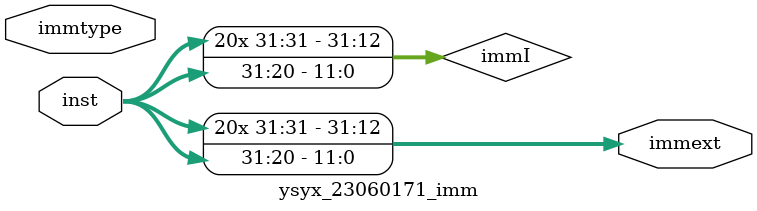
<source format=v>
module ysyx_23060171_imm(
	input [31:0]inst,
	input [2:0]immtype,
	output [31:0]immext
);
	wire [31:0]immI;
	assign immI = {{20{inst[31]}},inst[31:20]};
	assign immext = immI;
endmodule

</source>
